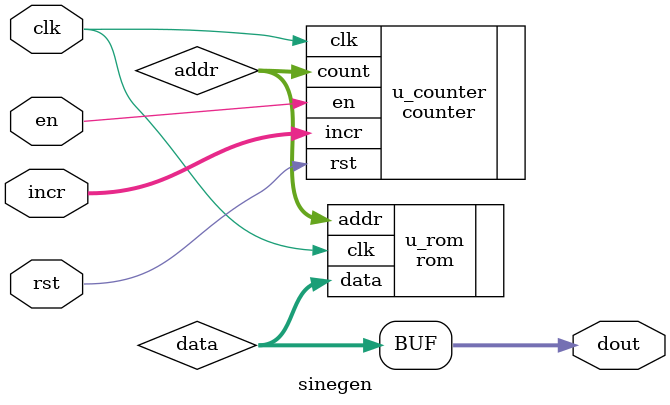
<source format=sv>
module sinegen(
    input  logic        clk,    // system clock
    input  logic        rst,    // system reset
    input  logic        en,     // enable signal
    input  logic [7:0]  incr,   // address input
    output logic [7:0]  dout // output signal

);

    // add counter
    logic [7:0] addr;
    counter #(.WIDTH(8)) u_counter (
        .clk(clk),
        .rst(rst),
        .en(en),
        .incr(incr),
        .count(addr)
    );

    // add ROM
    logic [7:0] data;
    rom u_rom (
        .clk(clk),
        .addr(addr),
        .data(data)
    );

    // assign output
    assign dout = data;
endmodule


</source>
